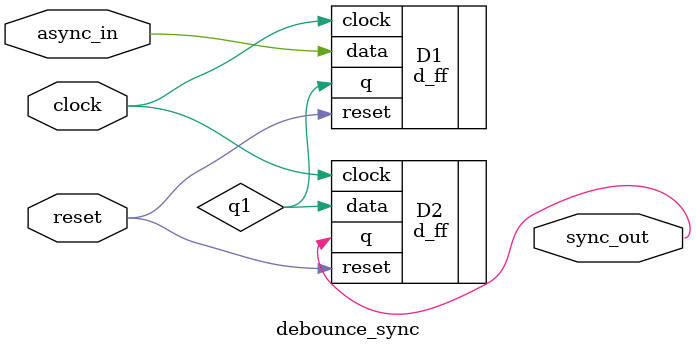
<source format=v>
`default_nettype none

module debounce_sync(
  input wire clock,
  input wire reset,
  input wire async_in,
  
  output wire sync_out
);

wire q1;

d_ff D1(
  .clock( clock ),
  .reset( reset ),
  .data( async_in ),
  
  .q( q1 )
);
  
d_ff D2(
  .clock( clock ),
  .reset( reset ),
  .data( q1 ),
  
  .q( sync_out )
);
endmodule

</source>
